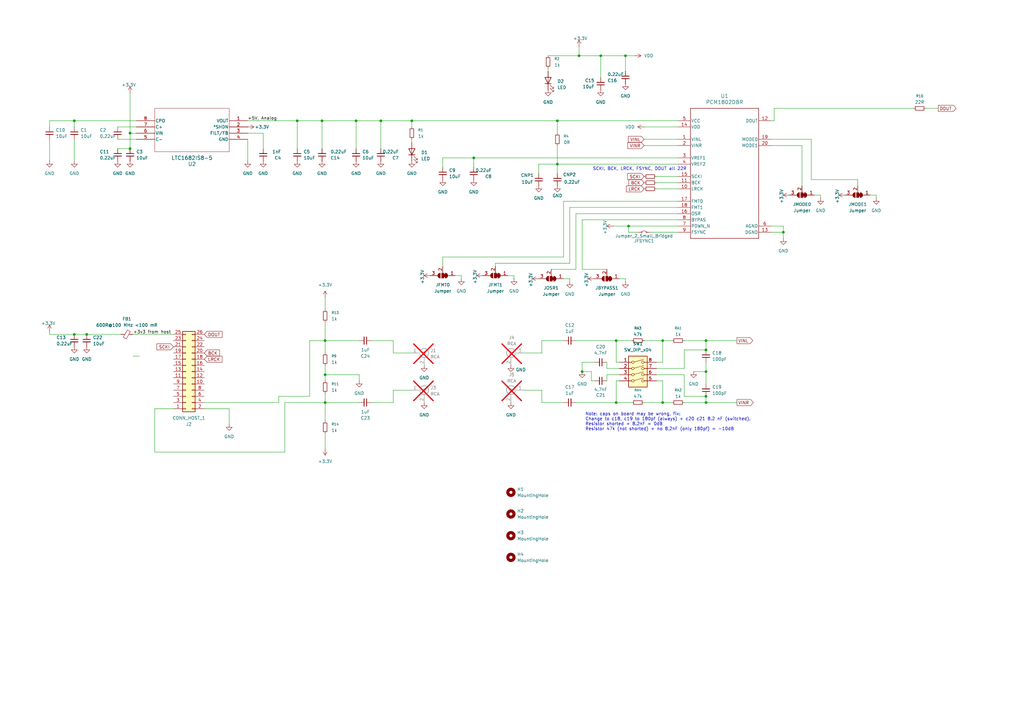
<source format=kicad_sch>
(kicad_sch (version 20250114) (generator "eeschema") (generator_version "9.0")
  (paper "A3")
  (text "Note: caps on board may be wrong, fix:\nChange to c18, c19 to 180pf (always) + c20 c21 8.2 nF (switched).\nResistor shorted + 8.2nF = 0dB\nResistor 47k (not shorted) + no 8.2nF (only 180pf) = -10dB" (at 240.03 172.974 0) (effects (font (size 1.27 1.27)) (justify left)))
  (text "SCKI, BCK, LRCK, FSYNC, DOUT all 22R" (at 262.382 69.342 0) (effects (font (size 1.27 1.27))))
  (junction (at 289.56 143.51))
  (junction (at 238.76 152.4))
  (junction (at 53.34 54.61))
  (junction (at 256.54 22.86))
  (junction (at 168.91 49.53))
  (junction (at 133.35 165.1))
  (junction (at 228.6 67.31))
  (junction (at 35.56 137.16))
  (junction (at 133.35 153.67))
  (junction (at 132.08 49.53))
  (junction (at 228.6 49.53))
  (junction (at 30.48 137.16))
  (junction (at 146.05 49.53))
  (junction (at 321.31 95.25))
  (junction (at 246.38 22.86))
  (junction (at 237.49 22.86))
  (junction (at 156.21 49.53))
  (junction (at 133.35 139.7))
  (junction (at 252.73 139.7))
  (junction (at 271.78 139.7))
  (junction (at 121.92 49.53))
  (junction (at 289.56 165.1))
  (junction (at 194.31 64.77))
  (junction (at 289.56 139.7))
  (junction (at 30.48 49.53))
  (junction (at 289.56 152.4))
  (junction (at 289.56 162.56))
  (junction (at 53.34 60.96))
  (junction (at 257.81 92.71))
  (junction (at 252.73 165.1))
  (junction (at 271.78 165.1))
  (wire (pts (xy 236.22 87.63) (xy 278.13 87.63)))
  (wire (pts (xy 20.32 135.89) (xy 20.32 137.16)))
  (wire (pts (xy 317.5 49.53) (xy 317.5 44.45)))
  (wire (pts (xy 257.81 92.71) (xy 278.13 92.71)))
  (wire (pts (xy 289.56 148.59) (xy 289.56 152.4)))
  (wire (pts (xy 194.31 64.77) (xy 194.31 68.58)))
  (wire (pts (xy 156.21 49.53) (xy 156.21 60.96)))
  (wire (pts (xy 316.23 92.71) (xy 321.31 92.71)))
  (wire (pts (xy 121.92 49.53) (xy 121.92 60.96)))
  (wire (pts (xy 243.84 156.21) (xy 242.57 156.21)))
  (wire (pts (xy 228.6 49.53) (xy 278.13 49.53)))
  (wire (pts (xy 20.32 49.53) (xy 20.32 52.07)))
  (wire (pts (xy 269.24 151.13) (xy 280.67 151.13)))
  (wire (pts (xy 181.61 64.77) (xy 194.31 64.77)))
  (wire (pts (xy 271.78 148.59) (xy 271.78 139.7)))
  (wire (pts (xy 101.6 57.15) (xy 101.6 66.04)))
  (wire (pts (xy 133.35 139.7) (xy 147.32 139.7)))
  (wire (pts (xy 133.35 153.67) (xy 147.32 153.67)))
  (wire (pts (xy 116.84 185.42) (xy 116.84 165.1)))
  (wire (pts (xy 269.24 148.59) (xy 271.78 148.59)))
  (wire (pts (xy 233.68 114.3) (xy 233.68 115.57)))
  (wire (pts (xy 351.79 73.66) (xy 351.79 76.2)))
  (wire (pts (xy 231.14 105.41) (xy 181.61 105.41)))
  (wire (pts (xy 252.73 165.1) (xy 259.08 165.1)))
  (wire (pts (xy 127 162.56) (xy 114.3 162.56)))
  (wire (pts (xy 48.26 52.07) (xy 55.88 52.07)))
  (wire (pts (xy 254 114.3) (xy 256.54 114.3)))
  (wire (pts (xy 254 156.21) (xy 252.73 156.21)))
  (wire (pts (xy 316.23 49.53) (xy 317.5 49.53)))
  (wire (pts (xy 30.48 49.53) (xy 30.48 52.07)))
  (wire (pts (xy 256.54 114.3) (xy 256.54 115.57)))
  (wire (pts (xy 242.57 156.21) (xy 242.57 152.4)))
  (wire (pts (xy 208.28 113.03) (xy 210.82 113.03)))
  (wire (pts (xy 156.21 49.53) (xy 168.91 49.53)))
  (wire (pts (xy 30.48 137.16) (xy 35.56 137.16)))
  (wire (pts (xy 132.08 49.53) (xy 146.05 49.53)))
  (wire (pts (xy 256.54 22.86) (xy 256.54 29.21)))
  (wire (pts (xy 133.35 165.1) (xy 133.35 172.72)))
  (wire (pts (xy 264.16 165.1) (xy 271.78 165.1)))
  (wire (pts (xy 93.98 167.64) (xy 93.98 173.99)))
  (wire (pts (xy 280.67 139.7) (xy 289.56 139.7)))
  (wire (pts (xy 246.38 22.86) (xy 237.49 22.86)))
  (wire (pts (xy 316.23 95.25) (xy 321.31 95.25)))
  (wire (pts (xy 321.31 95.25) (xy 321.31 97.79)))
  (wire (pts (xy 248.92 153.67) (xy 248.92 156.21)))
  (wire (pts (xy 238.76 152.4) (xy 242.57 152.4)))
  (wire (pts (xy 101.6 49.53) (xy 121.92 49.53)))
  (wire (pts (xy 133.35 177.8) (xy 133.35 184.15)))
  (wire (pts (xy 251.46 92.71) (xy 257.81 92.71)))
  (wire (pts (xy 210.82 113.03) (xy 210.82 114.3)))
  (wire (pts (xy 114.3 165.1) (xy 83.82 165.1)))
  (wire (pts (xy 271.78 165.1) (xy 275.59 165.1)))
  (wire (pts (xy 146.05 49.53) (xy 156.21 49.53)))
  (wire (pts (xy 254 151.13) (xy 248.92 151.13)))
  (wire (pts (xy 133.35 165.1) (xy 147.32 165.1)))
  (wire (pts (xy 256.54 22.86) (xy 246.38 22.86)))
  (wire (pts (xy 222.25 139.7) (xy 222.25 144.78)))
  (wire (pts (xy 256.54 22.86) (xy 260.35 22.86)))
  (wire (pts (xy 231.14 82.55) (xy 231.14 105.41)))
  (wire (pts (xy 316.23 57.15) (xy 332.74 57.15)))
  (wire (pts (xy 228.6 67.31) (xy 278.13 67.31)))
  (wire (pts (xy 127 162.56) (xy 127 139.7)))
  (wire (pts (xy 252.73 139.7) (xy 252.73 148.59)))
  (wire (pts (xy 127 139.7) (xy 133.35 139.7)))
  (wire (pts (xy 336.55 80.01) (xy 336.55 81.28)))
  (wire (pts (xy 266.7 95.25) (xy 278.13 95.25)))
  (wire (pts (xy 161.29 165.1) (xy 161.29 160.02)))
  (wire (pts (xy 269.24 153.67) (xy 280.67 153.67)))
  (wire (pts (xy 132.08 49.53) (xy 132.08 60.96)))
  (wire (pts (xy 30.48 57.15) (xy 30.48 66.04)))
  (wire (pts (xy 146.05 49.53) (xy 146.05 60.96)))
  (wire (pts (xy 48.26 57.15) (xy 55.88 57.15)))
  (wire (pts (xy 248.92 110.49) (xy 238.76 110.49)))
  (wire (pts (xy 252.73 139.7) (xy 259.08 139.7)))
  (wire (pts (xy 328.93 59.69) (xy 328.93 76.2)))
  (wire (pts (xy 257.81 95.25) (xy 261.62 95.25)))
  (wire (pts (xy 280.67 153.67) (xy 280.67 162.56)))
  (wire (pts (xy 48.26 60.96) (xy 53.34 60.96)))
  (wire (pts (xy 181.61 64.77) (xy 181.61 68.58)))
  (wire (pts (xy 289.56 139.7) (xy 302.26 139.7)))
  (wire (pts (xy 55.88 54.61) (xy 53.34 54.61)))
  (wire (pts (xy 107.95 54.61) (xy 107.95 60.96)))
  (wire (pts (xy 222.25 160.02) (xy 222.25 165.1)))
  (wire (pts (xy 116.84 165.1) (xy 133.35 165.1)))
  (wire (pts (xy 228.6 67.31) (xy 228.6 71.12)))
  (wire (pts (xy 71.12 167.64) (xy 63.5 167.64)))
  (wire (pts (xy 222.25 144.78) (xy 214.63 144.78)))
  (wire (pts (xy 280.67 143.51) (xy 289.56 143.51)))
  (wire (pts (xy 133.35 149.86) (xy 133.35 153.67)))
  (wire (pts (xy 133.35 132.08) (xy 133.35 139.7)))
  (wire (pts (xy 20.32 49.53) (xy 30.48 49.53)))
  (wire (pts (xy 334.01 80.01) (xy 336.55 80.01)))
  (wire (pts (xy 317.5 44.45) (xy 374.65 44.45)))
  (wire (pts (xy 133.35 121.92) (xy 133.35 127)))
  (wire (pts (xy 254 153.67) (xy 248.92 153.67)))
  (wire (pts (xy 161.29 139.7) (xy 152.4 139.7)))
  (wire (pts (xy 161.29 160.02) (xy 168.91 160.02)))
  (wire (pts (xy 280.67 143.51) (xy 280.67 151.13)))
  (wire (pts (xy 203.2 107.95) (xy 203.2 109.22)))
  (wire (pts (xy 189.23 113.03) (xy 189.23 114.3)))
  (wire (pts (xy 168.91 57.15) (xy 168.91 58.42)))
  (wire (pts (xy 168.91 49.53) (xy 168.91 52.07)))
  (wire (pts (xy 222.25 160.02) (xy 214.63 160.02)))
  (wire (pts (xy 280.67 162.56) (xy 289.56 162.56)))
  (wire (pts (xy 161.29 165.1) (xy 152.4 165.1)))
  (wire (pts (xy 224.79 27.94) (xy 224.79 29.21)))
  (wire (pts (xy 222.25 139.7) (xy 231.14 139.7)))
  (wire (pts (xy 237.49 19.05) (xy 237.49 22.86)))
  (wire (pts (xy 236.22 87.63) (xy 236.22 110.49)))
  (wire (pts (xy 63.5 185.42) (xy 116.84 185.42)))
  (wire (pts (xy 53.34 38.1) (xy 53.34 54.61)))
  (wire (pts (xy 121.92 49.53) (xy 132.08 49.53)))
  (wire (pts (xy 332.74 57.15) (xy 332.74 73.66)))
  (wire (pts (xy 231.14 82.55) (xy 278.13 82.55)))
  (wire (pts (xy 233.68 107.95) (xy 203.2 107.95)))
  (wire (pts (xy 83.82 167.64) (xy 93.98 167.64)))
  (wire (pts (xy 269.24 77.47) (xy 278.13 77.47)))
  (wire (pts (xy 236.22 165.1) (xy 252.73 165.1)))
  (wire (pts (xy 236.22 139.7) (xy 252.73 139.7)))
  (wire (pts (xy 147.32 153.67) (xy 147.32 156.21)))
  (wire (pts (xy 54.61 137.16) (xy 71.12 137.16)))
  (wire (pts (xy 257.81 95.25) (xy 257.81 92.71)))
  (wire (pts (xy 20.32 137.16) (xy 30.48 137.16)))
  (wire (pts (xy 264.16 57.15) (xy 278.13 57.15)))
  (wire (pts (xy 271.78 156.21) (xy 271.78 165.1)))
  (wire (pts (xy 284.48 152.4) (xy 289.56 152.4)))
  (wire (pts (xy 269.24 72.39) (xy 278.13 72.39)))
  (wire (pts (xy 269.24 156.21) (xy 271.78 156.21)))
  (wire (pts (xy 248.92 151.13) (xy 248.92 148.59)))
  (wire (pts (xy 55.88 49.53) (xy 30.48 49.53)))
  (wire (pts (xy 53.34 54.61) (xy 53.34 60.96)))
  (wire (pts (xy 101.6 54.61) (xy 107.95 54.61)))
  (wire (pts (xy 233.68 85.09) (xy 233.68 107.95)))
  (wire (pts (xy 186.69 113.03) (xy 189.23 113.03)))
  (wire (pts (xy 289.56 165.1) (xy 302.26 165.1)))
  (wire (pts (xy 289.56 165.1) (xy 280.67 165.1)))
  (wire (pts (xy 254 148.59) (xy 252.73 148.59)))
  (wire (pts (xy 264.16 52.07) (xy 278.13 52.07)))
  (wire (pts (xy 271.78 139.7) (xy 275.59 139.7)))
  (wire (pts (xy 181.61 105.41) (xy 181.61 109.22)))
  (wire (pts (xy 63.5 167.64) (xy 63.5 185.42)))
  (wire (pts (xy 133.35 144.78) (xy 133.35 139.7)))
  (wire (pts (xy 252.73 156.21) (xy 252.73 165.1)))
  (wire (pts (xy 243.84 148.59) (xy 238.76 148.59)))
  (wire (pts (xy 20.32 57.15) (xy 20.32 66.04)))
  (wire (pts (xy 269.24 74.93) (xy 278.13 74.93)))
  (wire (pts (xy 379.73 44.45) (xy 384.81 44.45)))
  (wire (pts (xy 133.35 153.67) (xy 133.35 156.21)))
  (wire (pts (xy 356.87 80.01) (xy 359.41 80.01)))
  (wire (pts (xy 238.76 148.59) (xy 238.76 152.4)))
  (wire (pts (xy 220.98 67.31) (xy 228.6 67.31)))
  (wire (pts (xy 246.38 22.86) (xy 246.38 31.75)))
  (wire (pts (xy 236.22 110.49) (xy 226.06 110.49)))
  (wire (pts (xy 161.29 139.7) (xy 161.29 144.78)))
  (wire (pts (xy 222.25 165.1) (xy 231.14 165.1)))
  (wire (pts (xy 194.31 64.77) (xy 278.13 64.77)))
  (wire (pts (xy 224.79 22.86) (xy 237.49 22.86)))
  (wire (pts (xy 233.68 85.09) (xy 278.13 85.09)))
  (wire (pts (xy 359.41 80.01) (xy 359.41 81.28)))
  (wire (pts (xy 238.76 110.49) (xy 238.76 90.17)))
  (wire (pts (xy 321.31 92.71) (xy 321.31 95.25)))
  (wire (pts (xy 289.56 152.4) (xy 289.56 157.48)))
  (wire (pts (xy 289.56 162.56) (xy 289.56 165.1)))
  (wire (pts (xy 332.74 73.66) (xy 351.79 73.66)))
  (wire (pts (xy 35.56 137.16) (xy 49.53 137.16)))
  (wire (pts (xy 231.14 114.3) (xy 233.68 114.3)))
  (wire (pts (xy 289.56 139.7) (xy 289.56 143.51)))
  (wire (pts (xy 220.98 67.31) (xy 220.98 71.12)))
  (wire (pts (xy 264.16 59.69) (xy 278.13 59.69)))
  (wire (pts (xy 168.91 49.53) (xy 228.6 49.53)))
  (wire (pts (xy 264.16 139.7) (xy 271.78 139.7)))
  (wire (pts (xy 54.61 146.05) (xy 57.15 146.05)))
  (wire (pts (xy 114.3 162.56) (xy 114.3 165.1)))
  (wire (pts (xy 161.29 144.78) (xy 168.91 144.78)))
  (wire (pts (xy 228.6 59.69) (xy 228.6 67.31)))
  (wire (pts (xy 228.6 49.53) (xy 228.6 54.61)))
  (wire (pts (xy 133.35 161.29) (xy 133.35 165.1)))
  (wire (pts (xy 316.23 59.69) (xy 328.93 59.69)))
  (wire (pts (xy 238.76 90.17) (xy 278.13 90.17)))
  (label "+3v3 from host" (at 54.61 137.16 0))
  (label "+5V, Analog" (at 101.6 49.53 0))
  (global_label "DOUT" (shape input) (at 83.82 137.16 0) (property "Intersheetrefs" "${INTERSHEET_REFS}" (effects (hide yes))))
  (global_label "VINL" (shape input) (at 264.16 57.15 180) (property "Intersheetrefs" "${INTERSHEET_REFS}" (effects (hide yes))))
  (global_label "BCK" (shape input) (at 83.82 144.78 0) (property "Intersheetrefs" "${INTERSHEET_REFS}" (effects (hide yes))))
  (global_label "VINR" (shape input) (at 264.16 59.69 180) (property "Intersheetrefs" "${INTERSHEET_REFS}" (effects (hide yes))))
  (global_label "BCK" (shape input) (at 264.16 74.93 180) (property "Intersheetrefs" "${INTERSHEET_REFS}" (effects (hide yes))))
  (global_label "VINL" (shape output) (at 302.26 139.7 0) (property "Intersheetrefs" "${INTERSHEET_REFS}" (effects (hide yes))))
  (global_label "SCKI" (shape input) (at 71.12 142.24 180) (property "Intersheetrefs" "${INTERSHEET_REFS}" (effects (hide yes))))
  (global_label "LRCK" (shape input) (at 264.16 77.47 180) (property "Intersheetrefs" "${INTERSHEET_REFS}" (effects (hide yes))))
  (global_label "SCKI" (shape input) (at 264.16 72.39 180) (property "Intersheetrefs" "${INTERSHEET_REFS}" (effects (hide yes))))
  (global_label "LRCK" (shape input) (at 83.82 147.32 0) (property "Intersheetrefs" "${INTERSHEET_REFS}" (effects (hide yes))))
  (global_label "VINR" (shape output) (at 302.26 165.1 0) (property "Intersheetrefs" "${INTERSHEET_REFS}" (effects (hide yes))))
  (global_label "DOUT" (shape output) (at 384.81 44.45 0) (property "Intersheetrefs" "${INTERSHEET_REFS}" (effects (hide yes))))
  (symbol (lib_id "power:+3.3V") (at 20.32 135.89 0) (unit 1)
    (property "Reference" "#PWR032" (effects (hide yes)))
    (property "Value" "+3.3V" (at 19.812 132.588 0))
    (property "Description" "Power symbol creates a global label with name \"+3.3V\"" (effects (hide yes)))
  )
  (symbol (lib_id "Jumper:Jumper_2_Small_Bridged") (at 264.16 95.25 0) (unit 1)
    (property "Reference" "JFSYNC1" (at 264.16 98.806 0))
    (property "Value" "Jumper_2_Small_Bridged" (at 264.16 96.774 0))
    (property "Footprint" "Jumper:SolderJumper-2_P1.3mm_Bridged_RoundedPad1.0x1.5mm" (effects (hide yes)))
    (property "Description" "Jumper, 2-pole, small symbol, bridged" (effects (hide yes)))
  )
  (symbol (lib_id "power:GND") (at 336.55 81.28 0) (unit 1)
    (property "Reference" "#PWR034" (effects (hide yes)))
    (property "Value" "GND" (at 336.55 86.36 0))
    (property "Description" "Power symbol creates a global label with name \"GND\" , ground" (effects (hide yes)))
  )
  (symbol (lib_id "power:+3.3V") (at 346.71 80.01 90) (unit 1)
    (property "Reference" "#PWR055" (effects (hide yes)))
    (property "Value" "+3.3V" (at 343.408 80.518 0))
    (property "Description" "Power symbol creates a global label with name \"+3.3V\"" (effects (hide yes)))
  )
  (symbol (lib_id "Device:R_Small") (at 266.7 77.47 90) (unit 1)
    (property "Reference" "R7" (effects (hide yes)))
    (property "Value" "22R" (effects (hide yes)))
    (property "Footprint" "Resistor_SMD:R_0603_1608Metric" (effects (hide yes)))
    (property "Description" "Resistor, small symbol" (effects (hide yes)))
    (property "LCSC PN" "C23345" (effects (hide yes)))
  )
  (symbol (lib_id "Device:C_Small") (at 48.26 63.5 0) (unit 1)
    (property "Reference" "C11" (at 40.894 62.23 0) (effects (justify left)))
    (property "Value" "0.22uF" (at 40.894 64.77 0) (effects (justify left)))
    (property "Footprint" "Capacitor_SMD:C_0603_1608Metric" (effects (hide yes)))
    (property "Description" "Unpolarized capacitor, small symbol" (effects (hide yes)))
    (property "LCSC PN" "C21120" (effects (hide yes)))
  )
  (symbol (lib_id "power:+3.3V") (at 53.34 38.1 0) (unit 1)
    (property "Reference" "#PWR04" (effects (hide yes)))
    (property "Value" "+3.3V" (at 52.832 34.798 0))
    (property "Description" "Power symbol creates a global label with name \"+3.3V\"" (effects (hide yes)))
  )
  (symbol (lib_id "power:GND") (at 48.26 66.04 0) (unit 1)
    (property "Reference" "#PWR014" (effects (hide yes)))
    (property "Value" "GND" (at 48.26 71.12 0))
    (property "Description" "Power symbol creates a global label with name \"GND\" , ground" (effects (hide yes)))
  )
  (symbol (lib_id "power:GND") (at 132.08 66.04 0) (unit 1)
    (property "Reference" "#PWR017" (effects (hide yes)))
    (property "Value" "GND" (at 132.08 71.12 0))
    (property "Description" "Power symbol creates a global label with name \"GND\" , ground" (effects (hide yes)))
  )
  (symbol (lib_id "Connector:Conn_Coaxial") (at 173.99 160.02 0) (unit 1) (dnp yes)
    (property "Reference" "J3" (at 176.53 159.0431 0) (effects (justify left)))
    (property "Value" "RCA" (at 176.53 161.5831 0) (effects (justify left)))
    (property "Footprint" "RCA-Phono_CUI-Devices_RCJ-01X_Horizontal:RCA-Phono_CUI-Devices_RCJ-01X_Horizontal" (effects (hide yes)))
    (property "Description" "coaxial connector (BNC, SMA, SMB, SMC, Cinch/RCA, LEMO, ...)" (effects (hide yes)))
  )
  (symbol (lib_id "power:GND") (at 173.99 149.86 0) (unit 1)
    (property "Reference" "#PWR050" (effects (hide yes)))
    (property "Value" "GND" (at 173.99 154.94 0))
    (property "Description" "Power symbol creates a global label with name \"GND\" , ground" (effects (hide yes)))
  )
  (symbol (lib_id "power:+3.3V") (at 198.12 113.03 90) (unit 1)
    (property "Reference" "#PWR023" (effects (hide yes)))
    (property "Value" "+3.3V" (at 194.818 113.538 0))
    (property "Description" "Power symbol creates a global label with name \"+3.3V\"" (effects (hide yes)))
  )
  (symbol (lib_id "power:GND") (at 107.95 66.04 0) (unit 1)
    (property "Reference" "#PWR06" (effects (hide yes)))
    (property "Value" "GND" (at 107.95 71.12 0))
    (property "Description" "Power symbol creates a global label with name \"GND\" , ground" (effects (hide yes)))
  )
  (symbol (lib_id "power:+3.3V") (at 237.49 19.05 0) (mirror y) (unit 1)
    (property "Reference" "#PWR010" (effects (hide yes)))
    (property "Value" "+3.3V" (at 237.998 15.748 0))
    (property "Description" "Power symbol creates a global label with name \"+3.3V\"" (effects (hide yes)))
  )
  (symbol (lib_id "Device:C_Small") (at 289.56 146.05 180) (unit 1)
    (property "Reference" "C18" (at 292.1 144.7735 0) (effects (justify right)))
    (property "Value" "100pF" (at 292.1 147.3135 0) (effects (justify right)))
    (property "Footprint" "Capacitor_SMD:C_0603_1608Metric" (effects (hide yes)))
    (property "Description" "Unpolarized capacitor, small symbol" (effects (hide yes)))
    (property "LCSC PN" "C14858" (effects (hide yes)))
  )
  (symbol (lib_id "power:GND") (at 194.31 73.66 0) (unit 1)
    (property "Reference" "#PWR013" (effects (hide yes)))
    (property "Value" "GND" (at 194.31 78.74 0))
    (property "Description" "Power symbol creates a global label with name \"GND\" , ground" (effects (hide yes)))
  )
  (symbol (lib_id "Mechanical:MountingHole") (at 209.55 219.71 0) (unit 1) (in_bom no)
    (property "Reference" "H3" (at 212.09 218.4399 0) (effects (justify left)))
    (property "Value" "MountingHole" (at 212.09 220.9799 0) (effects (justify left)))
    (property "Footprint" "MountingHole:MountingHole_3.2mm_M3_DIN965_Pad_TopBottom" (effects (hide yes)))
    (property "Description" "Mounting Hole without connection" (effects (hide yes)))
  )
  (symbol (lib_id "Device:R_Small") (at 224.79 25.4 0) (unit 1)
    (property "Reference" "R2" (at 227.33 24.1299 0) (effects (font (size 1.016 1.016)) (justify left)))
    (property "Value" "1k" (at 227.33 26.6699 0) (effects (justify left)))
    (property "Footprint" "Resistor_SMD:R_0603_1608Metric" (effects (hide yes)))
    (property "Description" "Resistor, small symbol" (effects (hide yes)))
    (property "LCSC PN" "C21189" (effects (hide yes)))
  )
  (symbol (lib_id "Connector:Conn_Coaxial") (at 209.55 160.02 0) (mirror y) (unit 1) (dnp yes)
    (property "Reference" "J5" (at 209.8674 153.67 0))
    (property "Value" "RCA" (at 209.8674 156.21 0))
    (property "Footprint" "RCA-Phono_CUI-Devices_RCJ-01X_Horizontal:RCA-Phono_CUI-Devices_RCJ-01X_Horizontal" (effects (hide yes)))
    (property "Description" "coaxial connector (BNC, SMA, SMB, SMC, Cinch/RCA, LEMO, ...)" (effects (hide yes)))
  )
  (symbol (lib_id "power:GND") (at 233.68 115.57 0) (unit 1)
    (property "Reference" "#PWR054" (effects (hide yes)))
    (property "Value" "GND" (at 233.68 120.65 0))
    (property "Description" "Power symbol creates a global label with name \"GND\" , ground" (effects (hide yes)))
  )
  (symbol (lib_id "Device:C_Small") (at 30.48 54.61 0) (unit 1)
    (property "Reference" "C1" (at 33.02 53.3462 0) (effects (justify left)))
    (property "Value" "10uF" (at 33.02 55.8862 0) (effects (justify left)))
    (property "Footprint" "Capacitor_SMD:C_0603_1608Metric" (effects (hide yes)))
    (property "Description" "Unpolarized capacitor, small symbol" (effects (hide yes)))
    (property "LCSC PN" "C96446" (effects (hide yes)))
  )
  (symbol (lib_id "power:+3.3V") (at 133.35 121.92 0) (unit 1)
    (property "Reference" "#PWR045" (effects (hide yes)))
    (property "Value" "+3.3V" (at 133.35 116.84 0))
    (property "Description" "Power symbol creates a global label with name \"+3.3V\"" (effects (hide yes)))
  )
  (symbol (lib_id "power:GND") (at 168.91 66.04 0) (unit 1)
    (property "Reference" "#PWR020" (effects (hide yes)))
    (property "Value" "GND" (at 168.91 71.12 0))
    (property "Description" "Power symbol creates a global label with name \"GND\" , ground" (effects (hide yes)))
  )
  (symbol (lib_id "power:GND") (at 256.54 115.57 0) (unit 1)
    (property "Reference" "#PWR037" (effects (hide yes)))
    (property "Value" "GND" (at 256.54 120.65 0))
    (property "Description" "Power symbol creates a global label with name \"GND\" , ground" (effects (hide yes)))
  )
  (symbol (lib_id "power:GND") (at 321.31 97.79 0) (unit 1)
    (property "Reference" "#PWR022" (effects (hide yes)))
    (property "Value" "GND" (at 321.31 102.87 0))
    (property "Description" "Power symbol creates a global label with name \"GND\" , ground" (effects (hide yes)))
  )
  (symbol (lib_id "Device:C_Small") (at 246.38 34.29 0) (mirror x) (unit 1)
    (property "Reference" "C15" (at 243.84 33.0135 0) (effects (justify right)))
    (property "Value" "10uF" (at 243.84 35.5535 0) (effects (justify right)))
    (property "Footprint" "Capacitor_SMD:C_0603_1608Metric" (effects (hide yes)))
    (property "Description" "Unpolarized capacitor, small symbol" (effects (hide yes)))
    (property "LCSC PN" "C96446" (effects (hide yes)))
  )
  (symbol (lib_id "Device:R_Small") (at 133.35 147.32 0) (unit 1)
    (property "Reference" "R9" (at 135.89 146.0499 0) (effects (font (size 1.016 1.016)) (justify left)))
    (property "Value" "1k" (at 135.89 148.5899 0) (effects (justify left)))
    (property "Footprint" "Resistor_SMD:R_0603_1608Metric" (effects (hide yes)))
    (property "Description" "Resistor, small symbol" (effects (hide yes)))
    (property "LCSC PN" "C21190" (effects (hide yes)))
  )
  (symbol (lib_id "Device:C_Small") (at 289.56 160.02 180) (unit 1)
    (property "Reference" "C19" (at 292.1 158.7435 0) (effects (justify right)))
    (property "Value" "100pF" (at 292.1 161.2835 0) (effects (justify right)))
    (property "Footprint" "Capacitor_SMD:C_0603_1608Metric" (effects (hide yes)))
    (property "Description" "Unpolarized capacitor, small symbol" (effects (hide yes)))
    (property "LCSC PN" "C14858" (effects (hide yes)))
  )
  (symbol (lib_id "power:+3.3V") (at 323.85 80.01 90) (unit 1)
    (property "Reference" "#PWR018" (effects (hide yes)))
    (property "Value" "+3.3V" (at 320.548 80.518 0))
    (property "Description" "Power symbol creates a global label with name \"+3.3V\"" (effects (hide yes)))
  )
  (symbol (lib_id "power:GND") (at 228.6 76.2 0) (unit 1)
    (property "Reference" "#PWR016" (effects (hide yes)))
    (property "Value" "GND" (at 228.6 80.264 0))
    (property "Description" "Power symbol creates a global label with name \"GND\" , ground" (effects (hide yes)))
  )
  (symbol (lib_id "power:GND") (at 121.92 66.04 0) (unit 1)
    (property "Reference" "#PWR07" (effects (hide yes)))
    (property "Value" "GND" (at 121.92 71.12 0))
    (property "Description" "Power symbol creates a global label with name \"GND\" , ground" (effects (hide yes)))
  )
  (symbol (lib_id "Device:C_Small") (at 107.95 63.5 180) (unit 1)
    (property "Reference" "C4" (at 115.316 64.77 0) (effects (justify left)))
    (property "Value" "1nF" (at 115.316 62.23 0) (effects (justify left)))
    (property "Footprint" "Capacitor_SMD:C_0603_1608Metric" (effects (hide yes)))
    (property "Description" "Unpolarized capacitor, small symbol" (effects (hide yes)))
    (property "LCSC PN" "C1588" (effects (hide yes)))
  )
  (symbol (lib_id "Device:R_Small") (at 168.91 54.61 0) (unit 1)
    (property "Reference" "R1" (at 171.45 53.3399 0) (effects (font (size 1.016 1.016)) (justify left)))
    (property "Value" "1k" (at 171.45 55.8799 0) (effects (justify left)))
    (property "Footprint" "Resistor_SMD:R_0603_1608Metric" (effects (hide yes)))
    (property "Description" "Resistor, small symbol" (effects (hide yes)))
    (property "LCSC PN" "C21189" (effects (hide yes)))
  )
  (symbol (lib_id "Device:C_Small") (at 149.86 139.7 270) (unit 1)
    (property "Reference" "C24" (at 149.8537 146.05 90))
    (property "Value" "1uF" (at 149.8537 143.51 90))
    (property "Footprint" "Capacitor_SMD:C_0603_1608Metric" (effects (hide yes)))
    (property "Description" "Unpolarized capacitor, small symbol" (effects (hide yes)))
    (property "LCSC PN" "C15849" (effects (hide yes)))
  )
  (symbol (lib_id "power:GND") (at 101.6 66.04 0) (unit 1)
    (property "Reference" "#PWR01" (effects (hide yes)))
    (property "Value" "GND" (at 101.6 71.12 0))
    (property "Description" "Power symbol creates a global label with name \"GND\" , ground" (effects (hide yes)))
  )
  (symbol (lib_id "Device:C_Small") (at 149.86 165.1 270) (unit 1)
    (property "Reference" "C23" (at 149.8537 171.45 90))
    (property "Value" "1uF" (at 149.8537 168.91 90))
    (property "Footprint" "Capacitor_SMD:C_0603_1608Metric" (effects (hide yes)))
    (property "Description" "Unpolarized capacitor, small symbol" (effects (hide yes)))
    (property "LCSC PN" "C15849" (effects (hide yes)))
  )
  (symbol (lib_id "power:GND") (at 53.34 66.04 0) (unit 1)
    (property "Reference" "#PWR05" (effects (hide yes)))
    (property "Value" "GND" (at 53.34 71.12 0))
    (property "Description" "Power symbol creates a global label with name \"GND\" , ground" (effects (hide yes)))
  )
  (symbol (lib_id "power:GND") (at 238.76 152.4 0) (unit 1)
    (property "Reference" "#PWR029" (effects (hide yes)))
    (property "Value" "GND" (at 238.76 157.48 0))
    (property "Description" "Power symbol creates a global label with name \"GND\" , ground" (effects (hide yes)))
  )
  (symbol (lib_id "Device:R_Small") (at 133.35 158.75 0) (unit 1)
    (property "Reference" "R11" (at 135.89 157.4799 0) (effects (font (size 1.016 1.016)) (justify left)))
    (property "Value" "1k" (at 135.89 160.0199 0) (effects (justify left)))
    (property "Footprint" "Resistor_SMD:R_0603_1608Metric" (effects (hide yes)))
    (property "Description" "Resistor, small symbol" (effects (hide yes)))
    (property "LCSC PN" "C21190" (effects (hide yes)))
  )
  (symbol (lib_id "power:GND") (at 173.99 165.1 0) (unit 1)
    (property "Reference" "#PWR048" (effects (hide yes)))
    (property "Value" "GND" (at 173.99 170.18 0))
    (property "Description" "Power symbol creates a global label with name \"GND\" , ground" (effects (hide yes)))
  )
  (symbol (lib_id "2025-10-07_05-57-38:LTC1682IS8-5-PBF") (at 101.6 49.53 0) (mirror y) (unit 1)
    (property "Reference" "U2" (at 78.74 67.31 0) (effects (font (size 1.524 1.524))))
    (property "Value" "LTC1682IS8-5" (at 78.74 64.77 0) (effects (font (size 1.524 1.524))))
    (property "Footprint" "footprints_ltc1682:SO-8_S_LIT" (effects (hide yes)))
    (property "Datasheet" "https://www.analog.com/media/en/technical-documentation/data-sheets/168235fs.pdf" (effects (hide yes)))
    (property "LCSC PN" "C676404" (effects (hide yes)))
  )
  (symbol (lib_id "Switch:SW_DIP_x04") (at 261.62 153.67 0) (unit 1)
    (property "Reference" "SW1" (at 261.62 140.97 0))
    (property "Value" "SW_DIP_x04" (at 261.62 143.51 0))
    (property "Footprint" "Button_Switch_SMD:SW_DIP_SPSTx04_Slide_Copal_CHS-04B_W7.62mm_P1.27mm" (effects (hide yes)))
    (property "Description" "4x DIP Switch, Single Pole Single Throw (SPST) switch, small symbol" (effects (hide yes)))
    (property "LCSC PN" "C319050" (effects (hide yes)))
  )
  (symbol (lib_id "Device:R_Small") (at 133.35 175.26 0) (unit 1)
    (property "Reference" "R14" (at 135.89 173.9899 0) (effects (font (size 1.016 1.016)) (justify left)))
    (property "Value" "1k" (at 135.89 176.5299 0) (effects (justify left)))
    (property "Footprint" "Resistor_SMD:R_0603_1608Metric" (effects (hide yes)))
    (property "Description" "Resistor, small symbol" (effects (hide yes)))
    (property "LCSC PN" "C21190" (effects (hide yes)))
  )
  (symbol (lib_id "power:VDD") (at 264.16 52.07 90) (unit 1)
    (property "Reference" "#PWR031" (effects (hide yes)))
    (property "Value" "VDD" (at 260.35 52.0699 90) (effects (justify left)))
    (property "Description" "Power symbol creates a global label with name \"VDD\"" (effects (hide yes)))
  )
  (symbol (lib_id "Device:R_Small") (at 133.35 129.54 0) (unit 1)
    (property "Reference" "R13" (at 135.89 128.2699 0) (effects (font (size 1.016 1.016)) (justify left)))
    (property "Value" "1k" (at 135.89 130.8099 0) (effects (justify left)))
    (property "Footprint" "Resistor_SMD:R_0603_1608Metric" (effects (hide yes)))
    (property "Description" "Resistor, small symbol" (effects (hide yes)))
    (property "LCSC PN" "C21190" (effects (hide yes)))
  )
  (symbol (lib_id "power:GND") (at 210.82 114.3 0) (unit 1)
    (property "Reference" "#PWR036" (effects (hide yes)))
    (property "Value" "GND" (at 210.82 119.38 0))
    (property "Description" "Power symbol creates a global label with name \"GND\" , ground" (effects (hide yes)))
  )
  (symbol (lib_id "Device:R_Small") (at 377.19 44.45 90) (unit 1)
    (property "Reference" "R10" (at 377.19 39.37 90) (effects (font (size 1.016 1.016))))
    (property "Value" "22R" (at 377.19 41.91 90))
    (property "Footprint" "Resistor_SMD:R_0603_1608Metric" (effects (hide yes)))
    (property "Description" "Resistor, small symbol" (effects (hide yes)))
    (property "LCSC PN" "C23345" (effects (hide yes)))
  )
  (symbol (lib_id "Device:C_Small") (at 35.56 139.7 0) (unit 1)
    (property "Reference" "C22" (at 38.1 138.4362 0) (effects (justify left)))
    (property "Value" "10uF" (at 38.1 140.9762 0) (effects (justify left)))
    (property "Footprint" "Capacitor_SMD:C_0603_1608Metric" (effects (hide yes)))
    (property "Description" "Unpolarized capacitor, small symbol" (effects (hide yes)))
    (property "LCSC PN" "C96446" (effects (hide yes)))
  )
  (symbol (lib_id "Device:R_Small") (at 266.7 74.93 90) (unit 1)
    (property "Reference" "R6" (effects (hide yes)))
    (property "Value" "22R" (effects (hide yes)))
    (property "Footprint" "Resistor_SMD:R_0603_1608Metric" (effects (hide yes)))
    (property "Description" "Resistor, small symbol" (effects (hide yes)))
    (property "LCSC PN" "C23345" (effects (hide yes)))
  )
  (symbol (lib_id "power:GND") (at 284.48 152.4 0) (unit 1)
    (property "Reference" "#PWR028" (effects (hide yes)))
    (property "Value" "GND" (at 284.48 157.48 0))
    (property "Description" "Power symbol creates a global label with name \"GND\" , ground" (effects (hide yes)))
  )
  (symbol (lib_id "Device:FerriteBead_Small") (at 52.07 137.16 90) (unit 1)
    (property "Reference" "FB1" (at 52.0319 130.81 90))
    (property "Value" "600R@100 MHz <100 mR" (at 52.0319 133.35 90))
    (property "Footprint" "Inductor_SMD:L_0805_2012Metric" (effects (hide yes)))
    (property "Description" "Ferrite bead, small symbol" (effects (hide yes)))
    (property "LCSC PN" "C1017" (effects (hide yes)))
  )
  (symbol (lib_id "Device:R_Small") (at 278.13 139.7 90) (mirror x) (unit 1)
    (property "Reference" "RA1" (at 278.13 134.62 90) (effects (font (size 1.016 1.016))))
    (property "Value" "1k" (at 278.13 137.16 90))
    (property "Footprint" "Resistor_SMD:R_0603_1608Metric" (effects (hide yes)))
    (property "Description" "Resistor, small symbol" (effects (hide yes)))
    (property "LCSC PN" "C21190" (effects (hide yes)))
  )
  (symbol (lib_id "power:GND") (at 209.55 149.86 0) (mirror y) (unit 1)
    (property "Reference" "#PWR051" (effects (hide yes)))
    (property "Value" "GND" (at 213.614 151.638 0))
    (property "Description" "Power symbol creates a global label with name \"GND\" , ground" (effects (hide yes)))
  )
  (symbol (lib_id "Device:C_Small") (at 246.38 156.21 270) (unit 1)
    (property "Reference" "C21" (at 246.38 162.052 90))
    (property "Value" "4.7nF" (at 246.38 159.766 90))
    (property "Footprint" "Capacitor_SMD:C_0603_1608Metric" (effects (hide yes)))
    (property "Description" "Unpolarized capacitor, small symbol" (effects (hide yes)))
    (property "LCSC PN" "C53987" (effects (hide yes)))
  )
  (symbol (lib_id "power:GND") (at 359.41 81.28 0) (unit 1)
    (property "Reference" "#PWR056" (effects (hide yes)))
    (property "Value" "GND" (at 359.41 86.36 0))
    (property "Description" "Power symbol creates a global label with name \"GND\" , ground" (effects (hide yes)))
  )
  (symbol (lib_id "Device:C_Small") (at 146.05 63.5 0) (unit 1)
    (property "Reference" "C6" (at 148.59 62.2362 0) (effects (justify left)))
    (property "Value" "10uF" (at 148.59 64.7762 0) (effects (justify left)))
    (property "Footprint" "Capacitor_SMD:C_0603_1608Metric" (effects (hide yes)))
    (property "Description" "Unpolarized capacitor, small symbol" (effects (hide yes)))
    (property "LCSC PN" "C96446" (effects (hide yes)))
  )
  (symbol (lib_id "Device:C_Small") (at 20.32 54.61 0) (unit 1)
    (property "Reference" "C10" (at 22.86 53.3462 0) (effects (justify left)))
    (property "Value" "10uF" (at 22.86 55.8862 0) (effects (justify left)))
    (property "Footprint" "Capacitor_SMD:C_0603_1608Metric" (effects (hide yes)))
    (property "Description" "Unpolarized capacitor, small symbol" (effects (hide yes)))
    (property "LCSC PN" "C96446" (effects (hide yes)))
  )
  (symbol (lib_id "power:GND") (at 189.23 114.3 0) (unit 1)
    (property "Reference" "#PWR035" (effects (hide yes)))
    (property "Value" "GND" (at 189.23 119.38 0))
    (property "Description" "Power symbol creates a global label with name \"GND\" , ground" (effects (hide yes)))
  )
  (symbol (lib_id "power:GND") (at 224.79 36.83 0) (unit 1)
    (property "Reference" "#PWR021" (effects (hide yes)))
    (property "Value" "GND" (at 224.79 41.91 0))
    (property "Description" "Power symbol creates a global label with name \"GND\" , ground" (effects (hide yes)))
  )
  (symbol (lib_id "power:+3.3V") (at 176.53 113.03 90) (unit 1)
    (property "Reference" "#PWR019" (effects (hide yes)))
    (property "Value" "+3.3V" (at 173.228 113.538 0))
    (property "Description" "Power symbol creates a global label with name \"+3.3V\"" (effects (hide yes)))
  )
  (symbol (lib_id "Device:R_Small") (at 278.13 165.1 90) (mirror x) (unit 1)
    (property "Reference" "RA2" (at 278.13 160.02 90) (effects (font (size 1.016 1.016))))
    (property "Value" "1k" (at 278.13 162.56 90))
    (property "Footprint" "Resistor_SMD:R_0603_1608Metric" (effects (hide yes)))
    (property "Description" "Resistor, small symbol" (effects (hide yes)))
    (property "LCSC PN" "C21190" (effects (hide yes)))
  )
  (symbol (lib_id "power:GND") (at 30.48 142.24 0) (unit 1)
    (property "Reference" "#PWR040" (effects (hide yes)))
    (property "Value" "GND" (at 30.48 147.32 0))
    (property "Description" "Power symbol creates a global label with name \"GND\" , ground" (effects (hide yes)))
  )
  (symbol (lib_id "power:GND") (at 156.21 66.04 0) (unit 1)
    (property "Reference" "#PWR09" (effects (hide yes)))
    (property "Value" "GND" (at 156.21 71.12 0))
    (property "Description" "Power symbol creates a global label with name \"GND\" , ground" (effects (hide yes)))
  )
  (symbol (lib_id "Device:C_Small") (at 233.68 139.7 90) (unit 1)
    (property "Reference" "C12" (at 233.6863 133.35 90))
    (property "Value" "1uF" (at 233.6863 135.89 90))
    (property "Footprint" "Capacitor_SMD:C_0603_1608Metric" (effects (hide yes)))
    (property "Description" "Unpolarized capacitor, small symbol" (effects (hide yes)))
    (property "LCSC PN" "C15849" (effects (hide yes)))
  )
  (symbol (lib_id "Jumper:SolderJumper_3_Bridged12") (at 203.2 113.03 180) (unit 1) (in_bom no)
    (property "Reference" "JFMT1" (at 203.2 116.84 0))
    (property "Value" "Jumper" (at 203.2 119.38 0))
    (property "Footprint" "Jumper:SolderJumper-3_P1.3mm_Bridged12_RoundedPad1.0x1.5mm" (effects (hide yes)))
    (property "Description" "3-pole Solder Jumper, pins 1+2 closed/bridged" (effects (hide yes)))
  )
  (symbol (lib_id "Jumper:SolderJumper_3_Bridged12") (at 328.93 80.01 180) (unit 1) (in_bom no)
    (property "Reference" "JMODE0" (at 328.93 83.82 0))
    (property "Value" "Jumper" (at 328.93 86.36 0))
    (property "Footprint" "Jumper:SolderJumper-3_P1.3mm_Bridged12_RoundedPad1.0x1.5mm" (effects (hide yes)))
    (property "Description" "3-pole Solder Jumper, pins 1+2 closed/bridged" (effects (hide yes)))
  )
  (symbol (lib_id "Jumper:SolderJumper_3_Bridged12") (at 351.79 80.01 180) (unit 1) (in_bom no)
    (property "Reference" "JMODE1" (at 351.79 83.82 0))
    (property "Value" "Jumper" (at 351.79 86.36 0))
    (property "Footprint" "Jumper:SolderJumper-3_P1.3mm_Bridged12_RoundedPad1.0x1.5mm" (effects (hide yes)))
    (property "Description" "3-pole Solder Jumper, pins 1+2 closed/bridged" (effects (hide yes)))
  )
  (symbol (lib_id "Jumper:SolderJumper_3_Bridged12") (at 248.92 114.3 180) (unit 1) (in_bom no)
    (property "Reference" "JBYPASS1" (at 248.92 118.11 0))
    (property "Value" "Jumper" (at 248.92 120.65 0))
    (property "Footprint" "Jumper:SolderJumper-3_P1.3mm_Bridged12_RoundedPad1.0x1.5mm" (effects (hide yes)))
    (property "Description" "3-pole Solder Jumper, pins 1+2 closed/bridged" (effects (hide yes)))
  )
  (symbol (lib_id "Device:R_Small") (at 261.62 165.1 90) (mirror x) (unit 1)
    (property "Reference" "RA4" (at 261.62 160.02 90) (effects (font (size 1.016 1.016))))
    (property "Value" "47k" (at 261.62 162.56 90))
    (property "Footprint" "Resistor_SMD:R_0603_1608Metric" (effects (hide yes)))
    (property "Description" "Resistor, small symbol" (effects (hide yes)))
    (property "LCSC PN" "C25819" (effects (hide yes)))
  )
  (symbol (lib_id "power:+3.3V") (at 243.84 114.3 90) (unit 1)
    (property "Reference" "#PWR024" (effects (hide yes)))
    (property "Value" "+3.3V" (at 240.538 114.808 0))
    (property "Description" "Power symbol creates a global label with name \"+3.3V\"" (effects (hide yes)))
  )
  (symbol (lib_id "power:GND") (at 256.54 34.29 0) (mirror y) (unit 1)
    (property "Reference" "#PWR027" (effects (hide yes)))
    (property "Value" "GND" (at 256.54 39.37 0))
    (property "Description" "Power symbol creates a global label with name \"GND\" , ground" (effects (hide yes)))
  )
  (symbol (lib_id "power:GND") (at 30.48 66.04 0) (unit 1)
    (property "Reference" "#PWR03" (effects (hide yes)))
    (property "Value" "GND" (at 30.48 71.12 0))
    (property "Description" "Power symbol creates a global label with name \"GND\" , ground" (effects (hide yes)))
  )
  (symbol (lib_id "Device:LED") (at 224.79 33.02 90) (unit 1)
    (property "Reference" "D2" (at 228.6 33.3374 90) (effects (justify right)))
    (property "Value" "LED" (at 228.6 35.8774 90) (effects (justify right)))
    (property "Footprint" "LED_SMD:LED_0805_2012Metric" (effects (hide yes)))
    (property "Description" "Light emitting diode" (effects (hide yes)))
    (property "Sim.Pins" "1=K 2=A" (effects (hide yes)))
  )
  (symbol (lib_id "power:GND") (at 246.38 36.83 0) (mirror y) (unit 1)
    (property "Reference" "#PWR026" (effects (hide yes)))
    (property "Value" "GND" (at 246.38 41.91 0))
    (property "Description" "Power symbol creates a global label with name \"GND\" , ground" (effects (hide yes)))
  )
  (symbol (lib_id "Device:C_Small") (at 246.38 148.59 270) (unit 1)
    (property "Reference" "C20" (at 246.3736 142.24 90))
    (property "Value" "4.7nF" (at 246.3736 144.78 90))
    (property "Footprint" "Capacitor_SMD:C_0603_1608Metric" (effects (hide yes)))
    (property "Description" "Unpolarized capacitor, small symbol" (effects (hide yes)))
    (property "LCSC PN" "C53987" (effects (hide yes)))
  )
  (symbol (lib_id "Device:R_Small") (at 228.6 57.15 0) (unit 1)
    (property "Reference" "R4" (at 231.14 55.8799 0) (effects (font (size 1.016 1.016)) (justify left)))
    (property "Value" "0R" (at 231.14 58.4199 0) (effects (justify left)))
    (property "Footprint" "Resistor_SMD:R_0603_1608Metric" (effects (hide yes)))
    (property "Description" "Resistor, small symbol" (effects (hide yes)))
    (property "LCSC PN" "C21189" (effects (hide yes)))
  )
  (symbol (lib_id "Device:C_Small") (at 48.26 54.61 0) (unit 1)
    (property "Reference" "C2" (at 40.894 53.34 0) (effects (justify left)))
    (property "Value" "0.22uF" (at 40.894 55.88 0) (effects (justify left)))
    (property "Footprint" "Capacitor_SMD:C_0603_1608Metric" (effects (hide yes)))
    (property "Description" "Unpolarized capacitor, small symbol" (effects (hide yes)))
    (property "LCSC PN" "C21120" (effects (hide yes)))
  )
  (symbol (lib_id "Mechanical:MountingHole") (at 209.55 201.93 0) (unit 1) (in_bom no)
    (property "Reference" "H1" (at 212.09 200.6599 0) (effects (justify left)))
    (property "Value" "MountingHole" (at 212.09 203.1999 0) (effects (justify left)))
    (property "Footprint" "MountingHole:MountingHole_3.2mm_M3_DIN965_Pad_TopBottom" (effects (hide yes)))
    (property "Description" "Mounting Hole without connection" (effects (hide yes)))
  )
  (symbol (lib_id "Connector:Conn_Coaxial") (at 173.99 144.78 0) (unit 1) (dnp yes)
    (property "Reference" "J1" (at 176.53 143.8031 0) (effects (justify left)))
    (property "Value" "RCA" (at 176.53 146.3431 0) (effects (justify left)))
    (property "Footprint" "RCA-Phono_CUI-Devices_RCJ-01X_Horizontal:RCA-Phono_CUI-Devices_RCJ-01X_Horizontal" (effects (hide yes)))
    (property "Description" "coaxial connector (BNC, SMA, SMB, SMC, Cinch/RCA, LEMO, ...)" (effects (hide yes)))
  )
  (symbol (lib_id "Device:LED") (at 168.91 62.23 90) (unit 1)
    (property "Reference" "D1" (at 172.72 62.5474 90) (effects (justify right)))
    (property "Value" "LED" (at 172.72 65.0874 90) (effects (justify right)))
    (property "Footprint" "LED_SMD:LED_0805_2012Metric" (effects (hide yes)))
    (property "Description" "Light emitting diode" (effects (hide yes)))
    (property "Sim.Pins" "1=K 2=A" (effects (hide yes)))
  )
  (symbol (lib_id "power:GND") (at 147.32 156.21 0) (unit 1)
    (property "Reference" "#PWR044" (effects (hide yes)))
    (property "Value" "GND" (at 147.32 161.29 0))
    (property "Description" "Power symbol creates a global label with name \"GND\" , ground" (effects (hide yes)))
  )
  (symbol (lib_id "power:GND") (at 93.98 173.99 0) (unit 1)
    (property "Reference" "#PWR033" (effects (hide yes)))
    (property "Value" "GND" (at 93.98 179.07 0))
    (property "Description" "Power symbol creates a global label with name \"GND\" , ground" (effects (hide yes)))
  )
  (symbol (lib_id "power:GND") (at 35.56 142.24 0) (unit 1)
    (property "Reference" "#PWR041" (effects (hide yes)))
    (property "Value" "GND" (at 35.56 147.32 0))
    (property "Description" "Power symbol creates a global label with name \"GND\" , ground" (effects (hide yes)))
  )
  (symbol (lib_id "power:VDD") (at 260.35 22.86 270) (unit 1)
    (property "Reference" "#PWR030" (effects (hide yes)))
    (property "Value" "VDD" (at 264.16 22.8599 90) (effects (justify left)))
    (property "Description" "Power symbol creates a global label with name \"VDD\"" (effects (hide yes)))
  )
  (symbol (lib_id "Connector_Generic:Conn_02x13_Odd_Even") (at 76.2 152.4 0) (mirror x) (unit 1)
    (property "Reference" "J2" (at 77.47 173.99 0))
    (property "Value" "CONN_HOST_1" (at 77.47 171.45 0))
    (property "Footprint" "Connector_PinSocket_2.54mm:PinSocket_2x13_P2.54mm_Vertical" (effects (hide yes)))
    (property "Description" "Generic connector, double row, 02x13, odd/even pin numbering scheme (row 1 odd numbers, row 2 even numbers), script generated (kicad-library-utils/schlib/autogen/connector/)" (effects (hide yes)))
  )
  (symbol (lib_id "Mechanical:MountingHole") (at 209.55 210.82 0) (unit 1) (in_bom no)
    (property "Reference" "H2" (at 212.09 209.5499 0) (effects (justify left)))
    (property "Value" "MountingHole" (at 212.09 212.0899 0) (effects (justify left)))
    (property "Footprint" "MountingHole:MountingHole_3.2mm_M3_DIN965_Pad_TopBottom" (effects (hide yes)))
    (property "Description" "Mounting Hole without connection" (effects (hide yes)))
  )
  (symbol (lib_id "power:GND") (at 181.61 73.66 0) (unit 1)
    (property "Reference" "#PWR012" (effects (hide yes)))
    (property "Value" "GND" (at 181.61 78.74 0))
    (property "Description" "Power symbol creates a global label with name \"GND\" , ground" (effects (hide yes)))
  )
  (symbol (lib_id "Connector:Conn_Coaxial") (at 209.55 144.78 0) (mirror y) (unit 1) (dnp yes)
    (property "Reference" "J4" (at 209.8674 138.43 0))
    (property "Value" "RCA" (at 209.8674 140.97 0))
    (property "Footprint" "RCA-Phono_CUI-Devices_RCJ-01X_Horizontal:RCA-Phono_CUI-Devices_RCJ-01X_Horizontal" (effects (hide yes)))
    (property "Description" "coaxial connector (BNC, SMA, SMB, SMC, Cinch/RCA, LEMO, ...)" (effects (hide yes)))
  )
  (symbol (lib_id "Device:C_Small") (at 156.21 63.5 180) (unit 1)
    (property "Reference" "C7" (at 163.576 64.77 0) (effects (justify left)))
    (property "Value" "0.22uF" (at 163.576 62.23 0) (effects (justify left)))
    (property "Footprint" "Capacitor_SMD:C_0603_1608Metric" (effects (hide yes)))
    (property "Description" "Unpolarized capacitor, small symbol" (effects (hide yes)))
    (property "LCSC PN" "C21120" (effects (hide yes)))
  )
  (symbol (lib_id "Jumper:SolderJumper_3_Bridged12") (at 181.61 113.03 180) (unit 1) (in_bom no)
    (property "Reference" "JFMT0" (at 181.61 116.84 0))
    (property "Value" "Jumper" (at 181.61 119.38 0))
    (property "Footprint" "Jumper:SolderJumper-3_P1.3mm_Bridged12_RoundedPad1.0x1.5mm" (effects (hide yes)))
    (property "Description" "3-pole Solder Jumper, pins 1+2 closed/bridged" (effects (hide yes)))
  )
  (symbol (lib_id "power:+3.3V") (at 251.46 92.71 90) (unit 1)
    (property "Reference" "#PWR025" (effects (hide yes)))
    (property "Value" "+3.3V" (at 248.158 93.218 0))
    (property "Description" "Power symbol creates a global label with name \"+3.3V\"" (effects (hide yes)))
  )
  (symbol (lib_id "power:GND") (at 220.98 76.2 0) (unit 1)
    (property "Reference" "#PWR015" (effects (hide yes)))
    (property "Value" "GND" (at 220.98 81.28 0))
    (property "Description" "Power symbol creates a global label with name \"GND\" , ground" (effects (hide yes)))
  )
  (symbol (lib_id "power:+3.3V") (at 101.6 52.07 270) (unit 1)
    (property "Reference" "#PWR02" (effects (hide yes)))
    (property "Value" "+3.3V" (at 107.442 52.07 90))
    (property "Description" "Power symbol creates a global label with name \"+3.3V\"" (effects (hide yes)))
  )
  (symbol (lib_id "Device:C_Small") (at 220.98 73.66 0) (unit 1)
    (property "Reference" "CNP1" (at 213.614 71.882 0) (effects (justify left)))
    (property "Value" "10uF" (at 213.868 74.676 0) (effects (justify left)))
    (property "Footprint" "Capacitor_SMD:C_0603_1608Metric" (effects (hide yes)))
    (property "Description" "Unpolarized capacitor, small symbol" (effects (hide yes)))
    (property "LCSC PN" "C96446" (effects (hide yes)))
  )
  (symbol (lib_id "Device:C_Small") (at 132.08 63.5 180) (unit 1)
    (property "Reference" "C14" (at 139.446 64.77 0) (effects (justify left)))
    (property "Value" "0.22uF" (at 142.24 62.23 0) (effects (justify left)))
    (property "Footprint" "Capacitor_SMD:C_0603_1608Metric" (effects (hide yes)))
    (property "Description" "Unpolarized capacitor, small symbol" (effects (hide yes)))
    (property "LCSC PN" "C21120" (effects (hide yes)))
  )
  (symbol (lib_id "Device:R_Small") (at 261.62 139.7 90) (mirror x) (unit 1)
    (property "Reference" "RA3" (at 261.62 134.62 90) (effects (font (size 1.016 1.016))))
    (property "Value" "47k" (at 261.62 137.16 90))
    (property "Footprint" "Resistor_SMD:R_0603_1608Metric" (effects (hide yes)))
    (property "Description" "Resistor, small symbol" (effects (hide yes)))
    (property "LCSC PN" "C25819" (effects (hide yes)))
  )
  (symbol (lib_id "Jumper:SolderJumper_3_Bridged12") (at 226.06 114.3 180) (unit 1) (in_bom no)
    (property "Reference" "JOSR1" (at 226.06 118.11 0))
    (property "Value" "Jumper" (at 226.06 120.65 0))
    (property "Footprint" "Jumper:SolderJumper-3_P1.3mm_Bridged12_RoundedPad1.0x1.5mm" (effects (hide yes)))
    (property "Description" "3-pole Solder Jumper, pins 1+2 closed/bridged" (effects (hide yes)))
  )
  (symbol (lib_id "Device:C_Small") (at 53.34 63.5 0) (unit 1)
    (property "Reference" "C3" (at 55.88 62.2362 0) (effects (justify left)))
    (property "Value" "10uF" (at 55.88 64.7762 0) (effects (justify left)))
    (property "Footprint" "Capacitor_SMD:C_0603_1608Metric" (effects (hide yes)))
    (property "Description" "Unpolarized capacitor, small symbol" (effects (hide yes)))
    (property "LCSC PN" "C96446" (effects (hide yes)))
  )
  (symbol (lib_id "power:+3.3V") (at 133.35 184.15 180) (unit 1)
    (property "Reference" "#PWR046" (effects (hide yes)))
    (property "Value" "+3.3V" (at 133.35 189.23 0))
    (property "Description" "Power symbol creates a global label with name \"+3.3V\"" (effects (hide yes)))
  )
  (symbol (lib_id "power:+3.3V") (at 220.98 114.3 90) (unit 1)
    (property "Reference" "#PWR053" (effects (hide yes)))
    (property "Value" "+3.3V" (at 217.678 114.808 0))
    (property "Description" "Power symbol creates a global label with name \"+3.3V\"" (effects (hide yes)))
  )
  (symbol (lib_id "Device:C_Small") (at 121.92 63.5 0) (unit 1)
    (property "Reference" "C5" (at 124.46 62.2362 0) (effects (justify left)))
    (property "Value" "10uF" (at 124.46 64.7762 0) (effects (justify left)))
    (property "Footprint" "Capacitor_SMD:C_0603_1608Metric" (effects (hide yes)))
    (property "Description" "Unpolarized capacitor, small symbol" (effects (hide yes)))
    (property "LCSC PN" "C96446" (effects (hide yes)))
  )
  (symbol (lib_id "power:GND") (at 209.55 165.1 0) (mirror y) (unit 1)
    (property "Reference" "#PWR047" (effects (hide yes)))
    (property "Value" "GND" (at 209.55 170.18 0))
    (property "Description" "Power symbol creates a global label with name \"GND\" , ground" (effects (hide yes)))
  )
  (symbol (lib_id "Device:C_Small") (at 181.61 71.12 0) (unit 1)
    (property "Reference" "C9" (at 184.15 69.8562 0) (effects (justify left)))
    (property "Value" "10uF" (at 184.15 72.3962 0) (effects (justify left)))
    (property "Footprint" "Capacitor_SMD:C_0603_1608Metric" (effects (hide yes)))
    (property "Description" "Unpolarized capacitor, small symbol" (effects (hide yes)))
    (property "LCSC PN" "C96446" (effects (hide yes)))
  )
  (symbol (lib_id "2025-10-07_05-51-48:PCM1802DBR") (at 278.13 49.53 0) (unit 1)
    (property "Reference" "U1" (at 297.18 39.37 0) (effects (font (size 1.524 1.524))))
    (property "Value" "PCM1802DBR" (at 297.18 41.91 0) (effects (font (size 1.524 1.524))))
    (property "Footprint" "footprints_pcm1802:DB0020A-MFG" (effects (hide yes)))
    (property "Datasheet" "https://www.ti.com/lit/gpn/pcm1802" (effects (hide yes)))
    (property "LCSC PN" "C1520787" (effects (hide yes)))
  )
  (symbol (lib_id "Mechanical:MountingHole") (at 209.55 228.6 0) (unit 1) (in_bom no)
    (property "Reference" "H4" (at 212.09 227.3299 0) (effects (justify left)))
    (property "Value" "MountingHole" (at 212.09 229.8699 0) (effects (justify left)))
    (property "Footprint" "MountingHole:MountingHole_3.2mm_M3_DIN965_Pad_TopBottom" (effects (hide yes)))
    (property "Description" "Mounting Hole without connection" (effects (hide yes)))
  )
  (symbol (lib_id "power:GND") (at 146.05 66.04 0) (unit 1)
    (property "Reference" "#PWR08" (effects (hide yes)))
    (property "Value" "GND" (at 146.05 71.12 0))
    (property "Description" "Power symbol creates a global label with name \"GND\" , ground" (effects (hide yes)))
  )
  (symbol (lib_id "Device:C_Small") (at 30.48 139.7 0) (unit 1)
    (property "Reference" "C13" (at 23.114 138.43 0) (effects (justify left)))
    (property "Value" "0.22uF" (at 23.114 140.97 0) (effects (justify left)))
    (property "Footprint" "Capacitor_SMD:C_0603_1608Metric" (effects (hide yes)))
    (property "Description" "Unpolarized capacitor, small symbol" (effects (hide yes)))
    (property "LCSC PN" "C21120" (effects (hide yes)))
  )
  (symbol (lib_id "Device:C_Small") (at 256.54 31.75 0) (mirror x) (unit 1)
    (property "Reference" "C16" (at 249.174 33.02 0) (effects (justify left)))
    (property "Value" "0.22uF" (at 249.174 30.48 0) (effects (justify left)))
    (property "Footprint" "Capacitor_SMD:C_0603_1608Metric" (effects (hide yes)))
    (property "Description" "Unpolarized capacitor, small symbol" (effects (hide yes)))
    (property "LCSC PN" "C21120" (effects (hide yes)))
  )
  (symbol (lib_id "Device:C_Small") (at 228.6 73.66 180) (unit 1)
    (property "Reference" "CNP2" (at 236.22 71.628 0) (effects (justify left)))
    (property "Value" "0.22uF" (at 237.998 74.676 0) (effects (justify left)))
    (property "Footprint" "Capacitor_SMD:C_0603_1608Metric" (effects (hide yes)))
    (property "Description" "Unpolarized capacitor, small symbol" (effects (hide yes)))
    (property "LCSC PN" "C21120" (effects (hide yes)))
  )
  (symbol (lib_id "Device:C_Small") (at 194.31 71.12 180) (unit 1)
    (property "Reference" "C8" (at 201.676 72.39 0) (effects (justify left)))
    (property "Value" "0.22uF" (at 201.676 69.85 0) (effects (justify left)))
    (property "Footprint" "Capacitor_SMD:C_0603_1608Metric" (effects (hide yes)))
    (property "Description" "Unpolarized capacitor, small symbol" (effects (hide yes)))
    (property "LCSC PN" "C21120" (effects (hide yes)))
  )
  (symbol (lib_id "Device:R_Small") (at 266.7 72.39 90) (unit 1)
    (property "Reference" "R5" (effects (hide yes)))
    (property "Value" "22R" (effects (hide yes)))
    (property "Footprint" "Resistor_SMD:R_0603_1608Metric" (effects (hide yes)))
    (property "Description" "Resistor, small symbol" (effects (hide yes)))
    (property "LCSC PN" "C23345" (effects (hide yes)))
  )
  (symbol (lib_id "Device:C_Small") (at 233.68 165.1 90) (unit 1)
    (property "Reference" "C17" (at 233.6863 158.75 90))
    (property "Value" "1uF" (at 233.6863 161.29 90))
    (property "Footprint" "Capacitor_SMD:C_0603_1608Metric" (effects (hide yes)))
    (property "Description" "Unpolarized capacitor, small symbol" (effects (hide yes)))
    (property "LCSC PN" "C15849" (effects (hide yes)))
  )
  (symbol (lib_id "power:GND") (at 20.32 66.04 0) (unit 1)
    (property "Reference" "#PWR011" (effects (hide yes)))
    (property "Value" "GND" (at 20.32 71.12 0))
    (property "Description" "Power symbol creates a global label with name \"GND\" , ground" (effects (hide yes)))
  )
)
</source>
